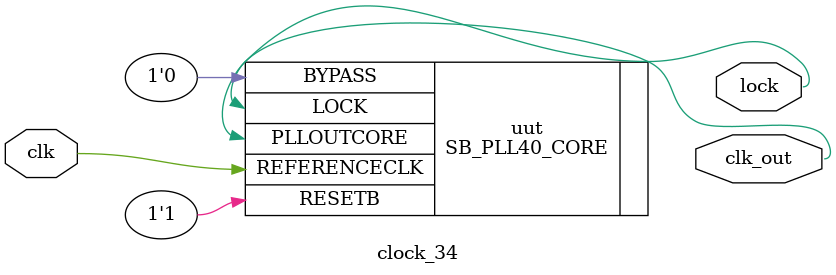
<source format=v>
module clock_34 (
  input wire clk,
  output wire clk_out,
  output wire lock
);
  SB_PLL40_CORE #(.FEEDBACK_PATH("SIMPLE"),
    .PLLOUT_SELECT("GENCLK"),
    .DIVR(4'b0000),
    .DIVF(7'b0101100),
    .DIVQ(3'b10),
    .FILTER_RANGE(3'b001)
  ) uut (
    .REFERENCECLK(clk),
    .PLLOUTCORE(clk_out),
    .LOCK(lock),
    .RESETB(1'b1),
    .BYPASS(1'b0)
  );

endmodule

</source>
